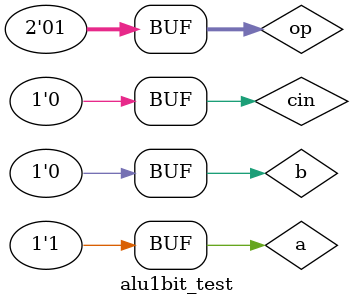
<source format=sv>
module alu1bit_test;
	logic  a;    // Input bit a
	logic  b;    // Input bit b
	logic cin;         // Carry in
	logic [1:0] op;    // Operation
	logic  s;    // Output S
	logic cout;	       // Carry out
	
	alu1bit alu1bit_gate(
						.a(a),
						.b(b),
						.cin(cin),
						.op(op),
						.s(s),
						.cout(cout)
	);
	
	initial begin
		a = 0;
		b = 0;
		cin = 0;
		op[0] = 1;
		op[1] = 0;
		
		#100
		
		
		a = 1;
		b = 0;
		cin = 0;
		op[0] = 1;
		op[1] = 0;
	
	end
		
endmodule

</source>
